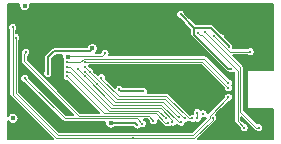
<source format=gbr>
G04 #@! TF.GenerationSoftware,KiCad,Pcbnew,(5.1.5-0-10_14)*
G04 #@! TF.CreationDate,2020-03-10T08:19:59-07:00*
G04 #@! TF.ProjectId,ARBO BT,4152424f-2042-4542-9e6b-696361645f70,rev?*
G04 #@! TF.SameCoordinates,Original*
G04 #@! TF.FileFunction,Copper,L2,Inr*
G04 #@! TF.FilePolarity,Positive*
%FSLAX46Y46*%
G04 Gerber Fmt 4.6, Leading zero omitted, Abs format (unit mm)*
G04 Created by KiCad (PCBNEW (5.1.5-0-10_14)) date 2020-03-10 08:19:59*
%MOMM*%
%LPD*%
G04 APERTURE LIST*
%ADD10C,0.279000*%
%ADD11C,0.450000*%
%ADD12C,0.076200*%
%ADD13C,0.127000*%
%ADD14C,0.200000*%
G04 APERTURE END LIST*
D10*
X139700000Y-81050000D03*
X128550000Y-74050000D03*
X132980000Y-77050000D03*
X129780000Y-72020000D03*
X132120000Y-75100000D03*
X133030000Y-74050000D03*
X142030000Y-81200000D03*
X138590000Y-82110000D03*
X144750000Y-81650000D03*
X133100000Y-78250000D03*
X123600000Y-72200006D03*
X124902500Y-76252500D03*
X124800000Y-74450000D03*
X126900000Y-79650000D03*
D11*
X127796669Y-78768509D03*
D10*
X136100000Y-75650000D03*
X139200000Y-75850000D03*
X136050000Y-78050000D03*
X139850000Y-80000000D03*
X145200000Y-75750000D03*
X142000000Y-72760000D03*
X128600000Y-81950000D03*
X133500000Y-82180000D03*
X136200000Y-82200000D03*
X143710000Y-75810000D03*
X140645529Y-74504471D03*
X126561892Y-77650000D03*
D11*
X130320000Y-75530000D03*
D10*
X137800000Y-72650000D03*
X141881309Y-75381309D03*
X141175000Y-74575000D03*
X134120000Y-82000000D03*
X134650000Y-79140000D03*
X132600000Y-79000000D03*
D11*
X131880002Y-81840000D03*
D10*
X142040000Y-77250000D03*
D11*
X123600000Y-81450000D03*
X124600028Y-71900000D03*
D10*
X131400000Y-75950000D03*
D11*
X128226983Y-76211120D03*
D10*
X141850000Y-79650000D03*
X123850000Y-74600000D03*
X123600000Y-73749998D03*
X133750000Y-83130000D03*
X140500000Y-81379996D03*
X138800000Y-81450000D03*
X131100002Y-78000000D03*
X141850000Y-78850000D03*
X129700000Y-76700000D03*
X141850000Y-78450000D03*
X128200000Y-76700000D03*
X129700000Y-77100000D03*
X130100000Y-77500000D03*
X138135212Y-81450002D03*
X129700000Y-77500000D03*
X130750000Y-78550000D03*
X137650000Y-81360000D03*
X129700000Y-77900000D03*
X137829509Y-81779509D03*
X129100000Y-77300010D03*
X128200000Y-77900000D03*
X136699992Y-81820000D03*
X128200000Y-77500000D03*
X136584290Y-81450000D03*
X128200000Y-77100000D03*
X137110013Y-81751146D03*
X134542064Y-81891110D03*
X124600000Y-78050000D03*
X135500000Y-81650000D03*
X124700000Y-75850000D03*
X139900000Y-74150000D03*
X144420006Y-82240000D03*
X143200000Y-82250000D03*
X139300000Y-74250000D03*
X139200000Y-81450000D03*
X139200000Y-80950000D03*
D12*
X141951058Y-75810000D02*
X140645529Y-74504471D01*
X143710000Y-75810000D02*
X141951058Y-75810000D01*
D13*
X138950000Y-73800000D02*
X137800000Y-72650000D01*
X140400000Y-73800000D02*
X141035501Y-74435501D01*
X141035501Y-74435501D02*
X141175000Y-74575000D01*
X138950000Y-73800000D02*
X140400000Y-73800000D01*
X132600000Y-79000000D02*
X132600000Y-79020000D01*
X132720000Y-79140000D02*
X134650000Y-79140000D01*
X132600000Y-79020000D02*
X132720000Y-79140000D01*
X134120000Y-82000000D02*
X133960000Y-81840000D01*
X133960000Y-81840000D02*
X131880002Y-81840000D01*
X141175000Y-74585000D02*
X141175000Y-74575000D01*
X141881309Y-75291309D02*
X141175000Y-74585000D01*
X141881309Y-75381309D02*
X141881309Y-75291309D01*
X138950000Y-73800000D02*
X138950000Y-74357282D01*
X141842718Y-77250000D02*
X142040000Y-77250000D01*
X138950000Y-74357282D02*
X141842718Y-77250000D01*
X126561892Y-76288108D02*
X126561892Y-77650000D01*
X127100000Y-75750000D02*
X126561892Y-76288108D01*
X130100000Y-75750000D02*
X127100000Y-75750000D01*
X130320000Y-75530000D02*
X130100000Y-75750000D01*
D12*
X128238103Y-76200000D02*
X128226983Y-76211120D01*
X131150000Y-76200000D02*
X128238103Y-76200000D01*
X131400000Y-75950000D02*
X131150000Y-76200000D01*
X123850000Y-74797282D02*
X123850000Y-74600000D01*
X127400000Y-82850000D02*
X123850000Y-79300000D01*
X123850000Y-79300000D02*
X123850000Y-74797282D01*
X140250000Y-81447282D02*
X138847282Y-82850000D01*
X140250000Y-81240000D02*
X140250000Y-81447282D01*
X141840000Y-79650000D02*
X140250000Y-81240000D01*
X138847282Y-82850000D02*
X127400000Y-82850000D01*
X141850000Y-79650000D02*
X141840000Y-79650000D01*
X138937278Y-83140000D02*
X140500000Y-81577278D01*
X140500000Y-81577278D02*
X140500000Y-81379996D01*
X127290000Y-83140000D02*
X138937278Y-83140000D01*
X123600000Y-79450000D02*
X127290000Y-83140000D01*
X123600000Y-73749998D02*
X123600000Y-79450000D01*
X131100002Y-78100002D02*
X131100002Y-78000000D01*
X132550000Y-79550000D02*
X131100002Y-78100002D01*
X136600000Y-79550000D02*
X132550000Y-79550000D01*
X138500000Y-81450000D02*
X136600000Y-79550000D01*
X138800000Y-81450000D02*
X138500000Y-81450000D01*
X129750000Y-76650000D02*
X129700000Y-76700000D01*
X139650000Y-76650000D02*
X129750000Y-76650000D01*
X141850000Y-78850000D02*
X139650000Y-76650000D01*
X129290000Y-76700000D02*
X128200000Y-76700000D01*
X139800000Y-76400000D02*
X129590000Y-76400000D01*
X129590000Y-76400000D02*
X129290000Y-76700000D01*
X141850000Y-78450000D02*
X139800000Y-76400000D01*
X137995713Y-81310503D02*
X138135212Y-81450002D01*
X136485210Y-79800000D02*
X137995713Y-81310503D01*
X129700000Y-77100000D02*
X132400000Y-79800000D01*
X132400000Y-79800000D02*
X136485210Y-79800000D01*
X136340000Y-80050000D02*
X137510501Y-81220501D01*
X129700000Y-77500000D02*
X132250000Y-80050000D01*
X132250000Y-80050000D02*
X136340000Y-80050000D01*
X137510501Y-81220501D02*
X137650000Y-81360000D01*
X129700000Y-77900000D02*
X132100000Y-80300000D01*
X132100000Y-80300000D02*
X136152718Y-80300000D01*
X136152718Y-80300000D02*
X137632227Y-81779509D01*
X137632227Y-81779509D02*
X137829509Y-81779509D01*
X129100010Y-77300010D02*
X129100000Y-77300010D01*
X129700000Y-77900000D02*
X129100010Y-77300010D01*
X136502710Y-81820000D02*
X136699992Y-81820000D01*
X135682710Y-81000000D02*
X136502710Y-81820000D01*
X131300000Y-81000000D02*
X135682710Y-81000000D01*
X128200000Y-77900000D02*
X131300000Y-81000000D01*
X131759889Y-80784889D02*
X128475000Y-77500000D01*
X135919179Y-80784889D02*
X131759889Y-80784889D01*
X128475000Y-77500000D02*
X128200000Y-77500000D01*
X136584290Y-81450000D02*
X135919179Y-80784889D01*
X128200000Y-77100000D02*
X128475000Y-77100000D01*
X131925000Y-80550000D02*
X136106149Y-80550000D01*
X128475000Y-77100000D02*
X131925000Y-80550000D01*
X136106149Y-80550000D02*
X137110013Y-81553864D01*
X137110013Y-81553864D02*
X137110013Y-81751146D01*
X124739499Y-78189499D02*
X124600000Y-78050000D01*
X134100954Y-81450000D02*
X128000000Y-81450000D01*
X128000000Y-81450000D02*
X124739499Y-78189499D01*
X134542064Y-81891110D02*
X134100954Y-81450000D01*
X131778072Y-81234488D02*
X131762560Y-81250000D01*
X135084487Y-81234487D02*
X131778072Y-81234488D01*
X129202718Y-81250000D02*
X124560501Y-76607783D01*
X135500000Y-81650000D02*
X135084487Y-81234487D01*
X124560501Y-76607783D02*
X124560501Y-75989499D01*
X124560501Y-75989499D02*
X124700000Y-75850000D01*
X131762560Y-81250000D02*
X129202718Y-81250000D01*
X142850000Y-80867276D02*
X144222724Y-82240000D01*
X139900000Y-74150000D02*
X142850000Y-77100000D01*
X142850000Y-77100000D02*
X142850000Y-80867276D01*
X144222724Y-82240000D02*
X144420006Y-82240000D01*
X139439499Y-74389499D02*
X139300000Y-74250000D01*
X139639499Y-74389499D02*
X139439499Y-74389499D01*
X142650000Y-81700000D02*
X142650000Y-77400000D01*
X142650000Y-77400000D02*
X139639499Y-74389499D01*
X143200000Y-82250000D02*
X142650000Y-81700000D01*
X139200000Y-80950000D02*
X139200000Y-81450000D01*
D14*
G36*
X124125028Y-71853217D02*
G01*
X124125028Y-71946783D01*
X124143282Y-72038552D01*
X124179089Y-72124997D01*
X124231072Y-72202795D01*
X124297233Y-72268956D01*
X124375031Y-72320939D01*
X124461476Y-72356746D01*
X124553245Y-72375000D01*
X124646811Y-72375000D01*
X124738580Y-72356746D01*
X124825025Y-72320939D01*
X124902823Y-72268956D01*
X124968984Y-72202795D01*
X125020967Y-72124997D01*
X125056774Y-72038552D01*
X125075028Y-71946783D01*
X125075028Y-71853217D01*
X125059470Y-71775000D01*
X145625001Y-71775000D01*
X145625001Y-77350000D01*
X143500000Y-77350000D01*
X143480491Y-77351921D01*
X143461732Y-77357612D01*
X143444443Y-77366853D01*
X143429289Y-77379289D01*
X143416853Y-77394443D01*
X143407612Y-77411732D01*
X143401921Y-77430491D01*
X143400000Y-77450000D01*
X143400000Y-80550000D01*
X143401921Y-80569509D01*
X143407612Y-80588268D01*
X143416853Y-80605557D01*
X143429289Y-80620711D01*
X143444443Y-80633147D01*
X143461732Y-80642388D01*
X143480491Y-80648079D01*
X143500000Y-80650000D01*
X145625000Y-80650000D01*
X145625000Y-83225000D01*
X139259712Y-83225000D01*
X140693721Y-81790992D01*
X140704702Y-81781980D01*
X140716520Y-81767581D01*
X140723918Y-81758566D01*
X140740705Y-81738112D01*
X140761989Y-81698292D01*
X140767457Y-81688063D01*
X140778207Y-81652626D01*
X140802545Y-81628288D01*
X140845171Y-81564494D01*
X140874532Y-81493609D01*
X140889500Y-81418358D01*
X140889500Y-81341634D01*
X140874532Y-81266383D01*
X140845171Y-81195498D01*
X140802545Y-81131704D01*
X140784138Y-81113297D01*
X141857935Y-80039500D01*
X141888362Y-80039500D01*
X141963613Y-80024532D01*
X142034498Y-79995171D01*
X142098292Y-79952545D01*
X142152545Y-79898292D01*
X142195171Y-79834498D01*
X142224532Y-79763613D01*
X142239500Y-79688362D01*
X142239500Y-79611638D01*
X142224532Y-79536387D01*
X142195171Y-79465502D01*
X142152545Y-79401708D01*
X142098292Y-79347455D01*
X142034498Y-79304829D01*
X141963613Y-79275468D01*
X141888362Y-79260500D01*
X141811638Y-79260500D01*
X141736387Y-79275468D01*
X141665502Y-79304829D01*
X141601708Y-79347455D01*
X141547455Y-79401708D01*
X141504829Y-79465502D01*
X141475468Y-79536387D01*
X141460500Y-79611638D01*
X141460500Y-79622065D01*
X140086419Y-80996147D01*
X140074532Y-80936387D01*
X140045171Y-80865502D01*
X140002545Y-80801708D01*
X139948292Y-80747455D01*
X139884498Y-80704829D01*
X139813613Y-80675468D01*
X139738362Y-80660500D01*
X139661638Y-80660500D01*
X139586387Y-80675468D01*
X139515502Y-80704829D01*
X139507986Y-80709851D01*
X139502545Y-80701708D01*
X139448292Y-80647455D01*
X139384498Y-80604829D01*
X139313613Y-80575468D01*
X139238362Y-80560500D01*
X139161638Y-80560500D01*
X139086387Y-80575468D01*
X139015502Y-80604829D01*
X138951708Y-80647455D01*
X138897455Y-80701708D01*
X138854829Y-80765502D01*
X138825468Y-80836387D01*
X138810500Y-80911638D01*
X138810500Y-80988362D01*
X138824849Y-81060500D01*
X138761638Y-81060500D01*
X138686387Y-81075468D01*
X138615502Y-81104829D01*
X138583588Y-81126153D01*
X136813720Y-79356286D01*
X136804702Y-79345298D01*
X136760834Y-79309295D01*
X136710784Y-79282543D01*
X136656477Y-79266070D01*
X136614142Y-79261900D01*
X136614134Y-79261900D01*
X136600000Y-79260508D01*
X136585866Y-79261900D01*
X135021099Y-79261900D01*
X135024532Y-79253613D01*
X135039500Y-79178362D01*
X135039500Y-79101638D01*
X135024532Y-79026387D01*
X134995171Y-78955502D01*
X134952545Y-78891708D01*
X134898292Y-78837455D01*
X134834498Y-78794829D01*
X134763613Y-78765468D01*
X134688362Y-78750500D01*
X134611638Y-78750500D01*
X134536387Y-78765468D01*
X134465502Y-78794829D01*
X134418103Y-78826500D01*
X132949726Y-78826500D01*
X132945171Y-78815502D01*
X132902545Y-78751708D01*
X132848292Y-78697455D01*
X132784498Y-78654829D01*
X132713613Y-78625468D01*
X132638362Y-78610500D01*
X132561638Y-78610500D01*
X132486387Y-78625468D01*
X132415502Y-78654829D01*
X132351708Y-78697455D01*
X132297455Y-78751708D01*
X132254829Y-78815502D01*
X132245488Y-78838053D01*
X131482251Y-78074817D01*
X131489502Y-78038362D01*
X131489502Y-77961638D01*
X131474534Y-77886387D01*
X131445173Y-77815502D01*
X131402547Y-77751708D01*
X131348294Y-77697455D01*
X131284500Y-77654829D01*
X131213615Y-77625468D01*
X131138364Y-77610500D01*
X131061640Y-77610500D01*
X130986389Y-77625468D01*
X130915504Y-77654829D01*
X130851710Y-77697455D01*
X130797457Y-77751708D01*
X130782110Y-77774676D01*
X130489500Y-77482066D01*
X130489500Y-77461638D01*
X130474532Y-77386387D01*
X130445171Y-77315502D01*
X130402545Y-77251708D01*
X130348292Y-77197455D01*
X130284498Y-77154829D01*
X130213613Y-77125468D01*
X130138362Y-77110500D01*
X130117934Y-77110500D01*
X130089500Y-77082066D01*
X130089500Y-77061638D01*
X130074532Y-76986387D01*
X130054531Y-76938100D01*
X139530666Y-76938100D01*
X141460500Y-78867935D01*
X141460500Y-78888362D01*
X141475468Y-78963613D01*
X141504829Y-79034498D01*
X141547455Y-79098292D01*
X141601708Y-79152545D01*
X141665502Y-79195171D01*
X141736387Y-79224532D01*
X141811638Y-79239500D01*
X141888362Y-79239500D01*
X141963613Y-79224532D01*
X142034498Y-79195171D01*
X142098292Y-79152545D01*
X142152545Y-79098292D01*
X142195171Y-79034498D01*
X142224532Y-78963613D01*
X142239500Y-78888362D01*
X142239500Y-78811638D01*
X142224532Y-78736387D01*
X142195171Y-78665502D01*
X142184813Y-78650000D01*
X142195171Y-78634498D01*
X142224532Y-78563613D01*
X142239500Y-78488362D01*
X142239500Y-78411638D01*
X142224532Y-78336387D01*
X142195171Y-78265502D01*
X142152545Y-78201708D01*
X142098292Y-78147455D01*
X142034498Y-78104829D01*
X141963613Y-78075468D01*
X141888362Y-78060500D01*
X141867935Y-78060500D01*
X140013720Y-76206286D01*
X140004702Y-76195298D01*
X139960834Y-76159295D01*
X139910784Y-76132543D01*
X139856477Y-76116070D01*
X139814142Y-76111900D01*
X139814134Y-76111900D01*
X139800000Y-76110508D01*
X139785866Y-76111900D01*
X131754531Y-76111900D01*
X131774532Y-76063613D01*
X131789500Y-75988362D01*
X131789500Y-75911638D01*
X131774532Y-75836387D01*
X131745171Y-75765502D01*
X131702545Y-75701708D01*
X131648292Y-75647455D01*
X131584498Y-75604829D01*
X131513613Y-75575468D01*
X131438362Y-75560500D01*
X131361638Y-75560500D01*
X131286387Y-75575468D01*
X131215502Y-75604829D01*
X131151708Y-75647455D01*
X131097455Y-75701708D01*
X131054829Y-75765502D01*
X131025468Y-75836387D01*
X131010500Y-75911638D01*
X131010500Y-75911900D01*
X130603423Y-75911900D01*
X130622795Y-75898956D01*
X130688956Y-75832795D01*
X130740939Y-75754997D01*
X130776746Y-75668552D01*
X130795000Y-75576783D01*
X130795000Y-75483217D01*
X130776746Y-75391448D01*
X130740939Y-75305003D01*
X130688956Y-75227205D01*
X130622795Y-75161044D01*
X130544997Y-75109061D01*
X130458552Y-75073254D01*
X130366783Y-75055000D01*
X130273217Y-75055000D01*
X130181448Y-75073254D01*
X130095003Y-75109061D01*
X130017205Y-75161044D01*
X129951044Y-75227205D01*
X129899061Y-75305003D01*
X129863254Y-75391448D01*
X129854293Y-75436500D01*
X127115392Y-75436500D01*
X127100000Y-75434984D01*
X127084608Y-75436500D01*
X127038543Y-75441037D01*
X126979449Y-75458963D01*
X126924986Y-75488074D01*
X126877250Y-75527250D01*
X126867438Y-75539206D01*
X126351104Y-76055541D01*
X126339142Y-76065358D01*
X126299966Y-76113095D01*
X126270855Y-76167558D01*
X126257641Y-76211120D01*
X126252929Y-76226652D01*
X126246876Y-76288108D01*
X126248392Y-76303500D01*
X126248393Y-77418102D01*
X126216721Y-77465502D01*
X126187360Y-77536387D01*
X126172392Y-77611638D01*
X126172392Y-77688362D01*
X126187360Y-77763613D01*
X126216721Y-77834498D01*
X126259347Y-77898292D01*
X126313600Y-77952545D01*
X126377394Y-77995171D01*
X126448279Y-78024532D01*
X126523530Y-78039500D01*
X126600254Y-78039500D01*
X126675505Y-78024532D01*
X126746390Y-77995171D01*
X126810184Y-77952545D01*
X126864437Y-77898292D01*
X126907063Y-77834498D01*
X126936424Y-77763613D01*
X126951392Y-77688362D01*
X126951392Y-77611638D01*
X126936424Y-77536387D01*
X126907063Y-77465502D01*
X126875392Y-77418103D01*
X126875392Y-76417963D01*
X127229856Y-76063500D01*
X127773993Y-76063500D01*
X127770237Y-76072568D01*
X127751983Y-76164337D01*
X127751983Y-76257903D01*
X127770237Y-76349672D01*
X127806044Y-76436117D01*
X127856958Y-76512315D01*
X127854829Y-76515502D01*
X127825468Y-76586387D01*
X127810500Y-76661638D01*
X127810500Y-76738362D01*
X127825468Y-76813613D01*
X127854829Y-76884498D01*
X127865187Y-76900000D01*
X127854829Y-76915502D01*
X127825468Y-76986387D01*
X127810500Y-77061638D01*
X127810500Y-77138362D01*
X127825468Y-77213613D01*
X127854829Y-77284498D01*
X127865187Y-77300000D01*
X127854829Y-77315502D01*
X127825468Y-77386387D01*
X127810500Y-77461638D01*
X127810500Y-77538362D01*
X127825468Y-77613613D01*
X127854829Y-77684498D01*
X127865187Y-77700000D01*
X127854829Y-77715502D01*
X127825468Y-77786387D01*
X127810500Y-77861638D01*
X127810500Y-77938362D01*
X127825468Y-78013613D01*
X127854829Y-78084498D01*
X127897455Y-78148292D01*
X127951708Y-78202545D01*
X128015502Y-78245171D01*
X128086387Y-78274532D01*
X128161638Y-78289500D01*
X128182066Y-78289500D01*
X130854465Y-80961900D01*
X129322053Y-80961900D01*
X124848601Y-76488449D01*
X124848601Y-76210040D01*
X124884498Y-76195171D01*
X124948292Y-76152545D01*
X125002545Y-76098292D01*
X125045171Y-76034498D01*
X125074532Y-75963613D01*
X125089500Y-75888362D01*
X125089500Y-75811638D01*
X125074532Y-75736387D01*
X125045171Y-75665502D01*
X125002545Y-75601708D01*
X124948292Y-75547455D01*
X124884498Y-75504829D01*
X124813613Y-75475468D01*
X124738362Y-75460500D01*
X124661638Y-75460500D01*
X124586387Y-75475468D01*
X124515502Y-75504829D01*
X124451708Y-75547455D01*
X124397455Y-75601708D01*
X124354829Y-75665502D01*
X124325468Y-75736387D01*
X124310500Y-75811638D01*
X124310500Y-75846059D01*
X124293045Y-75878715D01*
X124276571Y-75933022D01*
X124271009Y-75989499D01*
X124272402Y-76003643D01*
X124272401Y-76593648D01*
X124271009Y-76607783D01*
X124272401Y-76621917D01*
X124272401Y-76621924D01*
X124276571Y-76664259D01*
X124293044Y-76718566D01*
X124319796Y-76768616D01*
X124355799Y-76812485D01*
X124366787Y-76821503D01*
X128707183Y-81161900D01*
X128119335Y-81161900D01*
X124989500Y-78032066D01*
X124989500Y-78011638D01*
X124974532Y-77936387D01*
X124945171Y-77865502D01*
X124902545Y-77801708D01*
X124848292Y-77747455D01*
X124784498Y-77704829D01*
X124713613Y-77675468D01*
X124638362Y-77660500D01*
X124561638Y-77660500D01*
X124486387Y-77675468D01*
X124415502Y-77704829D01*
X124351708Y-77747455D01*
X124297455Y-77801708D01*
X124254829Y-77865502D01*
X124225468Y-77936387D01*
X124210500Y-78011638D01*
X124210500Y-78088362D01*
X124225468Y-78163613D01*
X124254829Y-78234498D01*
X124297455Y-78298292D01*
X124351708Y-78352545D01*
X124415502Y-78395171D01*
X124486387Y-78424532D01*
X124561638Y-78439500D01*
X124582066Y-78439500D01*
X127786282Y-81643717D01*
X127795298Y-81654702D01*
X127806280Y-81663715D01*
X127806282Y-81663717D01*
X127807830Y-81664987D01*
X127839166Y-81690705D01*
X127889216Y-81717457D01*
X127907592Y-81723031D01*
X127943522Y-81733931D01*
X127972406Y-81736775D01*
X127985858Y-81738100D01*
X127985863Y-81738100D01*
X128000000Y-81739492D01*
X128014137Y-81738100D01*
X131415965Y-81738100D01*
X131405002Y-81793217D01*
X131405002Y-81886783D01*
X131423256Y-81978552D01*
X131459063Y-82064997D01*
X131511046Y-82142795D01*
X131577207Y-82208956D01*
X131655005Y-82260939D01*
X131741450Y-82296746D01*
X131833219Y-82315000D01*
X131926785Y-82315000D01*
X132018554Y-82296746D01*
X132104999Y-82260939D01*
X132182797Y-82208956D01*
X132238253Y-82153500D01*
X133761989Y-82153500D01*
X133774829Y-82184498D01*
X133817455Y-82248292D01*
X133871708Y-82302545D01*
X133935502Y-82345171D01*
X134006387Y-82374532D01*
X134081638Y-82389500D01*
X134158362Y-82389500D01*
X134233613Y-82374532D01*
X134304498Y-82345171D01*
X134368292Y-82302545D01*
X134412006Y-82258831D01*
X134428451Y-82265642D01*
X134503702Y-82280610D01*
X134580426Y-82280610D01*
X134655677Y-82265642D01*
X134726562Y-82236281D01*
X134790356Y-82193655D01*
X134844609Y-82139402D01*
X134887235Y-82075608D01*
X134916596Y-82004723D01*
X134931564Y-81929472D01*
X134931564Y-81852748D01*
X134916596Y-81777497D01*
X134887235Y-81706612D01*
X134844609Y-81642818D01*
X134790356Y-81588565D01*
X134726562Y-81545939D01*
X134670182Y-81522586D01*
X134965152Y-81522586D01*
X135110500Y-81667935D01*
X135110500Y-81688362D01*
X135125468Y-81763613D01*
X135154829Y-81834498D01*
X135197455Y-81898292D01*
X135251708Y-81952545D01*
X135315502Y-81995171D01*
X135386387Y-82024532D01*
X135461638Y-82039500D01*
X135538362Y-82039500D01*
X135613613Y-82024532D01*
X135684498Y-81995171D01*
X135748292Y-81952545D01*
X135802545Y-81898292D01*
X135845171Y-81834498D01*
X135874532Y-81763613D01*
X135889500Y-81688362D01*
X135889500Y-81614225D01*
X136288995Y-82013720D01*
X136298008Y-82024702D01*
X136308990Y-82033715D01*
X136308992Y-82033717D01*
X136314652Y-82038362D01*
X136341876Y-82060705D01*
X136391926Y-82087457D01*
X136427360Y-82098205D01*
X136451700Y-82122545D01*
X136515494Y-82165171D01*
X136586379Y-82194532D01*
X136661630Y-82209500D01*
X136738354Y-82209500D01*
X136813605Y-82194532D01*
X136884490Y-82165171D01*
X136948284Y-82122545D01*
X136960161Y-82110668D01*
X136996400Y-82125678D01*
X137071651Y-82140646D01*
X137148375Y-82140646D01*
X137223626Y-82125678D01*
X137294511Y-82096317D01*
X137358305Y-82053691D01*
X137412558Y-81999438D01*
X137424883Y-81980992D01*
X137427525Y-81984211D01*
X137471393Y-82020214D01*
X137521443Y-82046966D01*
X137537851Y-82051943D01*
X137556878Y-82057715D01*
X137581217Y-82082054D01*
X137645011Y-82124680D01*
X137715896Y-82154041D01*
X137791147Y-82169009D01*
X137867871Y-82169009D01*
X137943122Y-82154041D01*
X138014007Y-82124680D01*
X138077801Y-82082054D01*
X138132054Y-82027801D01*
X138174680Y-81964007D01*
X138204041Y-81893122D01*
X138216401Y-81830983D01*
X138248825Y-81824534D01*
X138319710Y-81795173D01*
X138383504Y-81752547D01*
X138411757Y-81724294D01*
X138443522Y-81733931D01*
X138472406Y-81736775D01*
X138485858Y-81738100D01*
X138485863Y-81738100D01*
X138500000Y-81739492D01*
X138514137Y-81738100D01*
X138537263Y-81738100D01*
X138551708Y-81752545D01*
X138615502Y-81795171D01*
X138686387Y-81824532D01*
X138761638Y-81839500D01*
X138838362Y-81839500D01*
X138913613Y-81824532D01*
X138984498Y-81795171D01*
X139000000Y-81784813D01*
X139015502Y-81795171D01*
X139086387Y-81824532D01*
X139161638Y-81839500D01*
X139238362Y-81839500D01*
X139313613Y-81824532D01*
X139384498Y-81795171D01*
X139448292Y-81752545D01*
X139502545Y-81698292D01*
X139545171Y-81634498D01*
X139574532Y-81563613D01*
X139589500Y-81488362D01*
X139589500Y-81425151D01*
X139661638Y-81439500D01*
X139738362Y-81439500D01*
X139813613Y-81424532D01*
X139884498Y-81395171D01*
X139915172Y-81374675D01*
X138727948Y-82561900D01*
X127519335Y-82561900D01*
X124138100Y-79180666D01*
X124138100Y-74862737D01*
X124152545Y-74848292D01*
X124195171Y-74784498D01*
X124224532Y-74713613D01*
X124239500Y-74638362D01*
X124239500Y-74561638D01*
X124224532Y-74486387D01*
X124195171Y-74415502D01*
X124152545Y-74351708D01*
X124098292Y-74297455D01*
X124034498Y-74254829D01*
X123963613Y-74225468D01*
X123888362Y-74210500D01*
X123888100Y-74210500D01*
X123888100Y-74012735D01*
X123902545Y-73998290D01*
X123945171Y-73934496D01*
X123974532Y-73863611D01*
X123989500Y-73788360D01*
X123989500Y-73711636D01*
X123974532Y-73636385D01*
X123945171Y-73565500D01*
X123902545Y-73501706D01*
X123848292Y-73447453D01*
X123784498Y-73404827D01*
X123713613Y-73375466D01*
X123638362Y-73360498D01*
X123561638Y-73360498D01*
X123486387Y-73375466D01*
X123415502Y-73404827D01*
X123351708Y-73447453D01*
X123297455Y-73501706D01*
X123254829Y-73565500D01*
X123225468Y-73636385D01*
X123210500Y-73711636D01*
X123210500Y-73788360D01*
X123225468Y-73863611D01*
X123254829Y-73934496D01*
X123297455Y-73998290D01*
X123311900Y-74012735D01*
X123311901Y-79435855D01*
X123310508Y-79450000D01*
X123316070Y-79506477D01*
X123326453Y-79540705D01*
X123332544Y-79560784D01*
X123359296Y-79610834D01*
X123395299Y-79654702D01*
X123406281Y-79663715D01*
X126967565Y-83225000D01*
X123175000Y-83225000D01*
X123175000Y-81665193D01*
X123179061Y-81674997D01*
X123231044Y-81752795D01*
X123297205Y-81818956D01*
X123375003Y-81870939D01*
X123461448Y-81906746D01*
X123553217Y-81925000D01*
X123646783Y-81925000D01*
X123738552Y-81906746D01*
X123824997Y-81870939D01*
X123902795Y-81818956D01*
X123968956Y-81752795D01*
X124020939Y-81674997D01*
X124056746Y-81588552D01*
X124075000Y-81496783D01*
X124075000Y-81403217D01*
X124056746Y-81311448D01*
X124020939Y-81225003D01*
X123968956Y-81147205D01*
X123902795Y-81081044D01*
X123824997Y-81029061D01*
X123738552Y-80993254D01*
X123646783Y-80975000D01*
X123553217Y-80975000D01*
X123461448Y-80993254D01*
X123375003Y-81029061D01*
X123297205Y-81081044D01*
X123231044Y-81147205D01*
X123179061Y-81225003D01*
X123175000Y-81234807D01*
X123175000Y-72611638D01*
X137410500Y-72611638D01*
X137410500Y-72688362D01*
X137425468Y-72763613D01*
X137454829Y-72834498D01*
X137497455Y-72898292D01*
X137551708Y-72952545D01*
X137615502Y-72995171D01*
X137686387Y-73024532D01*
X137742298Y-73035653D01*
X138636500Y-73929856D01*
X138636501Y-74341880D01*
X138634984Y-74357282D01*
X138641037Y-74418738D01*
X138658964Y-74477833D01*
X138688074Y-74532295D01*
X138702877Y-74550332D01*
X138727251Y-74580032D01*
X138739207Y-74589844D01*
X141610156Y-77460794D01*
X141619968Y-77472750D01*
X141667704Y-77511926D01*
X141722167Y-77541037D01*
X141773066Y-77556477D01*
X141781261Y-77558963D01*
X141804780Y-77561279D01*
X141855502Y-77595171D01*
X141926387Y-77624532D01*
X142001638Y-77639500D01*
X142078362Y-77639500D01*
X142153613Y-77624532D01*
X142224498Y-77595171D01*
X142288292Y-77552545D01*
X142341701Y-77499136D01*
X142361901Y-77519336D01*
X142361900Y-81685865D01*
X142360508Y-81700000D01*
X142361900Y-81714134D01*
X142361900Y-81714141D01*
X142364260Y-81738100D01*
X142366070Y-81756477D01*
X142368235Y-81763613D01*
X142382543Y-81810783D01*
X142409295Y-81860833D01*
X142445298Y-81904702D01*
X142456286Y-81913720D01*
X142810500Y-82267935D01*
X142810500Y-82288362D01*
X142825468Y-82363613D01*
X142854829Y-82434498D01*
X142897455Y-82498292D01*
X142951708Y-82552545D01*
X143015502Y-82595171D01*
X143086387Y-82624532D01*
X143161638Y-82639500D01*
X143238362Y-82639500D01*
X143313613Y-82624532D01*
X143384498Y-82595171D01*
X143448292Y-82552545D01*
X143502545Y-82498292D01*
X143545171Y-82434498D01*
X143574532Y-82363613D01*
X143589500Y-82288362D01*
X143589500Y-82211638D01*
X143574532Y-82136387D01*
X143545171Y-82065502D01*
X143502545Y-82001708D01*
X143448292Y-81947455D01*
X143384498Y-81904829D01*
X143313613Y-81875468D01*
X143238362Y-81860500D01*
X143217935Y-81860500D01*
X142938100Y-81580666D01*
X142938100Y-81362810D01*
X144009009Y-82433720D01*
X144018022Y-82444702D01*
X144029004Y-82453715D01*
X144029006Y-82453717D01*
X144036554Y-82459911D01*
X144061890Y-82480705D01*
X144111940Y-82507457D01*
X144130856Y-82513195D01*
X144147375Y-82518206D01*
X144171714Y-82542545D01*
X144235508Y-82585171D01*
X144306393Y-82614532D01*
X144381644Y-82629500D01*
X144458368Y-82629500D01*
X144533619Y-82614532D01*
X144604504Y-82585171D01*
X144668298Y-82542545D01*
X144722551Y-82488292D01*
X144765177Y-82424498D01*
X144794538Y-82353613D01*
X144809506Y-82278362D01*
X144809506Y-82201638D01*
X144794538Y-82126387D01*
X144765177Y-82055502D01*
X144722551Y-81991708D01*
X144668298Y-81937455D01*
X144604504Y-81894829D01*
X144533619Y-81865468D01*
X144458368Y-81850500D01*
X144381644Y-81850500D01*
X144306393Y-81865468D01*
X144270496Y-81880337D01*
X143138100Y-80747942D01*
X143138100Y-77114134D01*
X143139492Y-77099999D01*
X143138100Y-77085865D01*
X143138100Y-77085858D01*
X143133930Y-77043523D01*
X143130603Y-77032553D01*
X143128933Y-77027049D01*
X143117457Y-76989216D01*
X143090705Y-76939166D01*
X143054702Y-76895298D01*
X143043721Y-76886286D01*
X142255535Y-76098100D01*
X143447263Y-76098100D01*
X143461708Y-76112545D01*
X143525502Y-76155171D01*
X143596387Y-76184532D01*
X143671638Y-76199500D01*
X143748362Y-76199500D01*
X143823613Y-76184532D01*
X143894498Y-76155171D01*
X143958292Y-76112545D01*
X144012545Y-76058292D01*
X144055171Y-75994498D01*
X144084532Y-75923613D01*
X144099500Y-75848362D01*
X144099500Y-75771638D01*
X144084532Y-75696387D01*
X144055171Y-75625502D01*
X144012545Y-75561708D01*
X143958292Y-75507455D01*
X143894498Y-75464829D01*
X143823613Y-75435468D01*
X143748362Y-75420500D01*
X143671638Y-75420500D01*
X143596387Y-75435468D01*
X143525502Y-75464829D01*
X143461708Y-75507455D01*
X143447263Y-75521900D01*
X142244667Y-75521900D01*
X142255841Y-75494922D01*
X142270809Y-75419671D01*
X142270809Y-75342947D01*
X142255841Y-75267696D01*
X142226480Y-75196811D01*
X142183854Y-75133017D01*
X142129601Y-75078764D01*
X142076918Y-75043562D01*
X141563136Y-74529781D01*
X141549532Y-74461387D01*
X141520171Y-74390502D01*
X141477545Y-74326708D01*
X141423292Y-74272455D01*
X141359498Y-74229829D01*
X141288613Y-74200468D01*
X141232703Y-74189347D01*
X140632567Y-73589212D01*
X140622750Y-73577250D01*
X140575014Y-73538074D01*
X140520551Y-73508963D01*
X140461457Y-73491037D01*
X140415392Y-73486500D01*
X140400000Y-73484984D01*
X140384608Y-73486500D01*
X139079856Y-73486500D01*
X138185653Y-72592298D01*
X138174532Y-72536387D01*
X138145171Y-72465502D01*
X138102545Y-72401708D01*
X138048292Y-72347455D01*
X137984498Y-72304829D01*
X137913613Y-72275468D01*
X137838362Y-72260500D01*
X137761638Y-72260500D01*
X137686387Y-72275468D01*
X137615502Y-72304829D01*
X137551708Y-72347455D01*
X137497455Y-72401708D01*
X137454829Y-72465502D01*
X137425468Y-72536387D01*
X137410500Y-72611638D01*
X123175000Y-72611638D01*
X123175000Y-71775000D01*
X124140586Y-71775000D01*
X124125028Y-71853217D01*
G37*
X124125028Y-71853217D02*
X124125028Y-71946783D01*
X124143282Y-72038552D01*
X124179089Y-72124997D01*
X124231072Y-72202795D01*
X124297233Y-72268956D01*
X124375031Y-72320939D01*
X124461476Y-72356746D01*
X124553245Y-72375000D01*
X124646811Y-72375000D01*
X124738580Y-72356746D01*
X124825025Y-72320939D01*
X124902823Y-72268956D01*
X124968984Y-72202795D01*
X125020967Y-72124997D01*
X125056774Y-72038552D01*
X125075028Y-71946783D01*
X125075028Y-71853217D01*
X125059470Y-71775000D01*
X145625001Y-71775000D01*
X145625001Y-77350000D01*
X143500000Y-77350000D01*
X143480491Y-77351921D01*
X143461732Y-77357612D01*
X143444443Y-77366853D01*
X143429289Y-77379289D01*
X143416853Y-77394443D01*
X143407612Y-77411732D01*
X143401921Y-77430491D01*
X143400000Y-77450000D01*
X143400000Y-80550000D01*
X143401921Y-80569509D01*
X143407612Y-80588268D01*
X143416853Y-80605557D01*
X143429289Y-80620711D01*
X143444443Y-80633147D01*
X143461732Y-80642388D01*
X143480491Y-80648079D01*
X143500000Y-80650000D01*
X145625000Y-80650000D01*
X145625000Y-83225000D01*
X139259712Y-83225000D01*
X140693721Y-81790992D01*
X140704702Y-81781980D01*
X140716520Y-81767581D01*
X140723918Y-81758566D01*
X140740705Y-81738112D01*
X140761989Y-81698292D01*
X140767457Y-81688063D01*
X140778207Y-81652626D01*
X140802545Y-81628288D01*
X140845171Y-81564494D01*
X140874532Y-81493609D01*
X140889500Y-81418358D01*
X140889500Y-81341634D01*
X140874532Y-81266383D01*
X140845171Y-81195498D01*
X140802545Y-81131704D01*
X140784138Y-81113297D01*
X141857935Y-80039500D01*
X141888362Y-80039500D01*
X141963613Y-80024532D01*
X142034498Y-79995171D01*
X142098292Y-79952545D01*
X142152545Y-79898292D01*
X142195171Y-79834498D01*
X142224532Y-79763613D01*
X142239500Y-79688362D01*
X142239500Y-79611638D01*
X142224532Y-79536387D01*
X142195171Y-79465502D01*
X142152545Y-79401708D01*
X142098292Y-79347455D01*
X142034498Y-79304829D01*
X141963613Y-79275468D01*
X141888362Y-79260500D01*
X141811638Y-79260500D01*
X141736387Y-79275468D01*
X141665502Y-79304829D01*
X141601708Y-79347455D01*
X141547455Y-79401708D01*
X141504829Y-79465502D01*
X141475468Y-79536387D01*
X141460500Y-79611638D01*
X141460500Y-79622065D01*
X140086419Y-80996147D01*
X140074532Y-80936387D01*
X140045171Y-80865502D01*
X140002545Y-80801708D01*
X139948292Y-80747455D01*
X139884498Y-80704829D01*
X139813613Y-80675468D01*
X139738362Y-80660500D01*
X139661638Y-80660500D01*
X139586387Y-80675468D01*
X139515502Y-80704829D01*
X139507986Y-80709851D01*
X139502545Y-80701708D01*
X139448292Y-80647455D01*
X139384498Y-80604829D01*
X139313613Y-80575468D01*
X139238362Y-80560500D01*
X139161638Y-80560500D01*
X139086387Y-80575468D01*
X139015502Y-80604829D01*
X138951708Y-80647455D01*
X138897455Y-80701708D01*
X138854829Y-80765502D01*
X138825468Y-80836387D01*
X138810500Y-80911638D01*
X138810500Y-80988362D01*
X138824849Y-81060500D01*
X138761638Y-81060500D01*
X138686387Y-81075468D01*
X138615502Y-81104829D01*
X138583588Y-81126153D01*
X136813720Y-79356286D01*
X136804702Y-79345298D01*
X136760834Y-79309295D01*
X136710784Y-79282543D01*
X136656477Y-79266070D01*
X136614142Y-79261900D01*
X136614134Y-79261900D01*
X136600000Y-79260508D01*
X136585866Y-79261900D01*
X135021099Y-79261900D01*
X135024532Y-79253613D01*
X135039500Y-79178362D01*
X135039500Y-79101638D01*
X135024532Y-79026387D01*
X134995171Y-78955502D01*
X134952545Y-78891708D01*
X134898292Y-78837455D01*
X134834498Y-78794829D01*
X134763613Y-78765468D01*
X134688362Y-78750500D01*
X134611638Y-78750500D01*
X134536387Y-78765468D01*
X134465502Y-78794829D01*
X134418103Y-78826500D01*
X132949726Y-78826500D01*
X132945171Y-78815502D01*
X132902545Y-78751708D01*
X132848292Y-78697455D01*
X132784498Y-78654829D01*
X132713613Y-78625468D01*
X132638362Y-78610500D01*
X132561638Y-78610500D01*
X132486387Y-78625468D01*
X132415502Y-78654829D01*
X132351708Y-78697455D01*
X132297455Y-78751708D01*
X132254829Y-78815502D01*
X132245488Y-78838053D01*
X131482251Y-78074817D01*
X131489502Y-78038362D01*
X131489502Y-77961638D01*
X131474534Y-77886387D01*
X131445173Y-77815502D01*
X131402547Y-77751708D01*
X131348294Y-77697455D01*
X131284500Y-77654829D01*
X131213615Y-77625468D01*
X131138364Y-77610500D01*
X131061640Y-77610500D01*
X130986389Y-77625468D01*
X130915504Y-77654829D01*
X130851710Y-77697455D01*
X130797457Y-77751708D01*
X130782110Y-77774676D01*
X130489500Y-77482066D01*
X130489500Y-77461638D01*
X130474532Y-77386387D01*
X130445171Y-77315502D01*
X130402545Y-77251708D01*
X130348292Y-77197455D01*
X130284498Y-77154829D01*
X130213613Y-77125468D01*
X130138362Y-77110500D01*
X130117934Y-77110500D01*
X130089500Y-77082066D01*
X130089500Y-77061638D01*
X130074532Y-76986387D01*
X130054531Y-76938100D01*
X139530666Y-76938100D01*
X141460500Y-78867935D01*
X141460500Y-78888362D01*
X141475468Y-78963613D01*
X141504829Y-79034498D01*
X141547455Y-79098292D01*
X141601708Y-79152545D01*
X141665502Y-79195171D01*
X141736387Y-79224532D01*
X141811638Y-79239500D01*
X141888362Y-79239500D01*
X141963613Y-79224532D01*
X142034498Y-79195171D01*
X142098292Y-79152545D01*
X142152545Y-79098292D01*
X142195171Y-79034498D01*
X142224532Y-78963613D01*
X142239500Y-78888362D01*
X142239500Y-78811638D01*
X142224532Y-78736387D01*
X142195171Y-78665502D01*
X142184813Y-78650000D01*
X142195171Y-78634498D01*
X142224532Y-78563613D01*
X142239500Y-78488362D01*
X142239500Y-78411638D01*
X142224532Y-78336387D01*
X142195171Y-78265502D01*
X142152545Y-78201708D01*
X142098292Y-78147455D01*
X142034498Y-78104829D01*
X141963613Y-78075468D01*
X141888362Y-78060500D01*
X141867935Y-78060500D01*
X140013720Y-76206286D01*
X140004702Y-76195298D01*
X139960834Y-76159295D01*
X139910784Y-76132543D01*
X139856477Y-76116070D01*
X139814142Y-76111900D01*
X139814134Y-76111900D01*
X139800000Y-76110508D01*
X139785866Y-76111900D01*
X131754531Y-76111900D01*
X131774532Y-76063613D01*
X131789500Y-75988362D01*
X131789500Y-75911638D01*
X131774532Y-75836387D01*
X131745171Y-75765502D01*
X131702545Y-75701708D01*
X131648292Y-75647455D01*
X131584498Y-75604829D01*
X131513613Y-75575468D01*
X131438362Y-75560500D01*
X131361638Y-75560500D01*
X131286387Y-75575468D01*
X131215502Y-75604829D01*
X131151708Y-75647455D01*
X131097455Y-75701708D01*
X131054829Y-75765502D01*
X131025468Y-75836387D01*
X131010500Y-75911638D01*
X131010500Y-75911900D01*
X130603423Y-75911900D01*
X130622795Y-75898956D01*
X130688956Y-75832795D01*
X130740939Y-75754997D01*
X130776746Y-75668552D01*
X130795000Y-75576783D01*
X130795000Y-75483217D01*
X130776746Y-75391448D01*
X130740939Y-75305003D01*
X130688956Y-75227205D01*
X130622795Y-75161044D01*
X130544997Y-75109061D01*
X130458552Y-75073254D01*
X130366783Y-75055000D01*
X130273217Y-75055000D01*
X130181448Y-75073254D01*
X130095003Y-75109061D01*
X130017205Y-75161044D01*
X129951044Y-75227205D01*
X129899061Y-75305003D01*
X129863254Y-75391448D01*
X129854293Y-75436500D01*
X127115392Y-75436500D01*
X127100000Y-75434984D01*
X127084608Y-75436500D01*
X127038543Y-75441037D01*
X126979449Y-75458963D01*
X126924986Y-75488074D01*
X126877250Y-75527250D01*
X126867438Y-75539206D01*
X126351104Y-76055541D01*
X126339142Y-76065358D01*
X126299966Y-76113095D01*
X126270855Y-76167558D01*
X126257641Y-76211120D01*
X126252929Y-76226652D01*
X126246876Y-76288108D01*
X126248392Y-76303500D01*
X126248393Y-77418102D01*
X126216721Y-77465502D01*
X126187360Y-77536387D01*
X126172392Y-77611638D01*
X126172392Y-77688362D01*
X126187360Y-77763613D01*
X126216721Y-77834498D01*
X126259347Y-77898292D01*
X126313600Y-77952545D01*
X126377394Y-77995171D01*
X126448279Y-78024532D01*
X126523530Y-78039500D01*
X126600254Y-78039500D01*
X126675505Y-78024532D01*
X126746390Y-77995171D01*
X126810184Y-77952545D01*
X126864437Y-77898292D01*
X126907063Y-77834498D01*
X126936424Y-77763613D01*
X126951392Y-77688362D01*
X126951392Y-77611638D01*
X126936424Y-77536387D01*
X126907063Y-77465502D01*
X126875392Y-77418103D01*
X126875392Y-76417963D01*
X127229856Y-76063500D01*
X127773993Y-76063500D01*
X127770237Y-76072568D01*
X127751983Y-76164337D01*
X127751983Y-76257903D01*
X127770237Y-76349672D01*
X127806044Y-76436117D01*
X127856958Y-76512315D01*
X127854829Y-76515502D01*
X127825468Y-76586387D01*
X127810500Y-76661638D01*
X127810500Y-76738362D01*
X127825468Y-76813613D01*
X127854829Y-76884498D01*
X127865187Y-76900000D01*
X127854829Y-76915502D01*
X127825468Y-76986387D01*
X127810500Y-77061638D01*
X127810500Y-77138362D01*
X127825468Y-77213613D01*
X127854829Y-77284498D01*
X127865187Y-77300000D01*
X127854829Y-77315502D01*
X127825468Y-77386387D01*
X127810500Y-77461638D01*
X127810500Y-77538362D01*
X127825468Y-77613613D01*
X127854829Y-77684498D01*
X127865187Y-77700000D01*
X127854829Y-77715502D01*
X127825468Y-77786387D01*
X127810500Y-77861638D01*
X127810500Y-77938362D01*
X127825468Y-78013613D01*
X127854829Y-78084498D01*
X127897455Y-78148292D01*
X127951708Y-78202545D01*
X128015502Y-78245171D01*
X128086387Y-78274532D01*
X128161638Y-78289500D01*
X128182066Y-78289500D01*
X130854465Y-80961900D01*
X129322053Y-80961900D01*
X124848601Y-76488449D01*
X124848601Y-76210040D01*
X124884498Y-76195171D01*
X124948292Y-76152545D01*
X125002545Y-76098292D01*
X125045171Y-76034498D01*
X125074532Y-75963613D01*
X125089500Y-75888362D01*
X125089500Y-75811638D01*
X125074532Y-75736387D01*
X125045171Y-75665502D01*
X125002545Y-75601708D01*
X124948292Y-75547455D01*
X124884498Y-75504829D01*
X124813613Y-75475468D01*
X124738362Y-75460500D01*
X124661638Y-75460500D01*
X124586387Y-75475468D01*
X124515502Y-75504829D01*
X124451708Y-75547455D01*
X124397455Y-75601708D01*
X124354829Y-75665502D01*
X124325468Y-75736387D01*
X124310500Y-75811638D01*
X124310500Y-75846059D01*
X124293045Y-75878715D01*
X124276571Y-75933022D01*
X124271009Y-75989499D01*
X124272402Y-76003643D01*
X124272401Y-76593648D01*
X124271009Y-76607783D01*
X124272401Y-76621917D01*
X124272401Y-76621924D01*
X124276571Y-76664259D01*
X124293044Y-76718566D01*
X124319796Y-76768616D01*
X124355799Y-76812485D01*
X124366787Y-76821503D01*
X128707183Y-81161900D01*
X128119335Y-81161900D01*
X124989500Y-78032066D01*
X124989500Y-78011638D01*
X124974532Y-77936387D01*
X124945171Y-77865502D01*
X124902545Y-77801708D01*
X124848292Y-77747455D01*
X124784498Y-77704829D01*
X124713613Y-77675468D01*
X124638362Y-77660500D01*
X124561638Y-77660500D01*
X124486387Y-77675468D01*
X124415502Y-77704829D01*
X124351708Y-77747455D01*
X124297455Y-77801708D01*
X124254829Y-77865502D01*
X124225468Y-77936387D01*
X124210500Y-78011638D01*
X124210500Y-78088362D01*
X124225468Y-78163613D01*
X124254829Y-78234498D01*
X124297455Y-78298292D01*
X124351708Y-78352545D01*
X124415502Y-78395171D01*
X124486387Y-78424532D01*
X124561638Y-78439500D01*
X124582066Y-78439500D01*
X127786282Y-81643717D01*
X127795298Y-81654702D01*
X127806280Y-81663715D01*
X127806282Y-81663717D01*
X127807830Y-81664987D01*
X127839166Y-81690705D01*
X127889216Y-81717457D01*
X127907592Y-81723031D01*
X127943522Y-81733931D01*
X127972406Y-81736775D01*
X127985858Y-81738100D01*
X127985863Y-81738100D01*
X128000000Y-81739492D01*
X128014137Y-81738100D01*
X131415965Y-81738100D01*
X131405002Y-81793217D01*
X131405002Y-81886783D01*
X131423256Y-81978552D01*
X131459063Y-82064997D01*
X131511046Y-82142795D01*
X131577207Y-82208956D01*
X131655005Y-82260939D01*
X131741450Y-82296746D01*
X131833219Y-82315000D01*
X131926785Y-82315000D01*
X132018554Y-82296746D01*
X132104999Y-82260939D01*
X132182797Y-82208956D01*
X132238253Y-82153500D01*
X133761989Y-82153500D01*
X133774829Y-82184498D01*
X133817455Y-82248292D01*
X133871708Y-82302545D01*
X133935502Y-82345171D01*
X134006387Y-82374532D01*
X134081638Y-82389500D01*
X134158362Y-82389500D01*
X134233613Y-82374532D01*
X134304498Y-82345171D01*
X134368292Y-82302545D01*
X134412006Y-82258831D01*
X134428451Y-82265642D01*
X134503702Y-82280610D01*
X134580426Y-82280610D01*
X134655677Y-82265642D01*
X134726562Y-82236281D01*
X134790356Y-82193655D01*
X134844609Y-82139402D01*
X134887235Y-82075608D01*
X134916596Y-82004723D01*
X134931564Y-81929472D01*
X134931564Y-81852748D01*
X134916596Y-81777497D01*
X134887235Y-81706612D01*
X134844609Y-81642818D01*
X134790356Y-81588565D01*
X134726562Y-81545939D01*
X134670182Y-81522586D01*
X134965152Y-81522586D01*
X135110500Y-81667935D01*
X135110500Y-81688362D01*
X135125468Y-81763613D01*
X135154829Y-81834498D01*
X135197455Y-81898292D01*
X135251708Y-81952545D01*
X135315502Y-81995171D01*
X135386387Y-82024532D01*
X135461638Y-82039500D01*
X135538362Y-82039500D01*
X135613613Y-82024532D01*
X135684498Y-81995171D01*
X135748292Y-81952545D01*
X135802545Y-81898292D01*
X135845171Y-81834498D01*
X135874532Y-81763613D01*
X135889500Y-81688362D01*
X135889500Y-81614225D01*
X136288995Y-82013720D01*
X136298008Y-82024702D01*
X136308990Y-82033715D01*
X136308992Y-82033717D01*
X136314652Y-82038362D01*
X136341876Y-82060705D01*
X136391926Y-82087457D01*
X136427360Y-82098205D01*
X136451700Y-82122545D01*
X136515494Y-82165171D01*
X136586379Y-82194532D01*
X136661630Y-82209500D01*
X136738354Y-82209500D01*
X136813605Y-82194532D01*
X136884490Y-82165171D01*
X136948284Y-82122545D01*
X136960161Y-82110668D01*
X136996400Y-82125678D01*
X137071651Y-82140646D01*
X137148375Y-82140646D01*
X137223626Y-82125678D01*
X137294511Y-82096317D01*
X137358305Y-82053691D01*
X137412558Y-81999438D01*
X137424883Y-81980992D01*
X137427525Y-81984211D01*
X137471393Y-82020214D01*
X137521443Y-82046966D01*
X137537851Y-82051943D01*
X137556878Y-82057715D01*
X137581217Y-82082054D01*
X137645011Y-82124680D01*
X137715896Y-82154041D01*
X137791147Y-82169009D01*
X137867871Y-82169009D01*
X137943122Y-82154041D01*
X138014007Y-82124680D01*
X138077801Y-82082054D01*
X138132054Y-82027801D01*
X138174680Y-81964007D01*
X138204041Y-81893122D01*
X138216401Y-81830983D01*
X138248825Y-81824534D01*
X138319710Y-81795173D01*
X138383504Y-81752547D01*
X138411757Y-81724294D01*
X138443522Y-81733931D01*
X138472406Y-81736775D01*
X138485858Y-81738100D01*
X138485863Y-81738100D01*
X138500000Y-81739492D01*
X138514137Y-81738100D01*
X138537263Y-81738100D01*
X138551708Y-81752545D01*
X138615502Y-81795171D01*
X138686387Y-81824532D01*
X138761638Y-81839500D01*
X138838362Y-81839500D01*
X138913613Y-81824532D01*
X138984498Y-81795171D01*
X139000000Y-81784813D01*
X139015502Y-81795171D01*
X139086387Y-81824532D01*
X139161638Y-81839500D01*
X139238362Y-81839500D01*
X139313613Y-81824532D01*
X139384498Y-81795171D01*
X139448292Y-81752545D01*
X139502545Y-81698292D01*
X139545171Y-81634498D01*
X139574532Y-81563613D01*
X139589500Y-81488362D01*
X139589500Y-81425151D01*
X139661638Y-81439500D01*
X139738362Y-81439500D01*
X139813613Y-81424532D01*
X139884498Y-81395171D01*
X139915172Y-81374675D01*
X138727948Y-82561900D01*
X127519335Y-82561900D01*
X124138100Y-79180666D01*
X124138100Y-74862737D01*
X124152545Y-74848292D01*
X124195171Y-74784498D01*
X124224532Y-74713613D01*
X124239500Y-74638362D01*
X124239500Y-74561638D01*
X124224532Y-74486387D01*
X124195171Y-74415502D01*
X124152545Y-74351708D01*
X124098292Y-74297455D01*
X124034498Y-74254829D01*
X123963613Y-74225468D01*
X123888362Y-74210500D01*
X123888100Y-74210500D01*
X123888100Y-74012735D01*
X123902545Y-73998290D01*
X123945171Y-73934496D01*
X123974532Y-73863611D01*
X123989500Y-73788360D01*
X123989500Y-73711636D01*
X123974532Y-73636385D01*
X123945171Y-73565500D01*
X123902545Y-73501706D01*
X123848292Y-73447453D01*
X123784498Y-73404827D01*
X123713613Y-73375466D01*
X123638362Y-73360498D01*
X123561638Y-73360498D01*
X123486387Y-73375466D01*
X123415502Y-73404827D01*
X123351708Y-73447453D01*
X123297455Y-73501706D01*
X123254829Y-73565500D01*
X123225468Y-73636385D01*
X123210500Y-73711636D01*
X123210500Y-73788360D01*
X123225468Y-73863611D01*
X123254829Y-73934496D01*
X123297455Y-73998290D01*
X123311900Y-74012735D01*
X123311901Y-79435855D01*
X123310508Y-79450000D01*
X123316070Y-79506477D01*
X123326453Y-79540705D01*
X123332544Y-79560784D01*
X123359296Y-79610834D01*
X123395299Y-79654702D01*
X123406281Y-79663715D01*
X126967565Y-83225000D01*
X123175000Y-83225000D01*
X123175000Y-81665193D01*
X123179061Y-81674997D01*
X123231044Y-81752795D01*
X123297205Y-81818956D01*
X123375003Y-81870939D01*
X123461448Y-81906746D01*
X123553217Y-81925000D01*
X123646783Y-81925000D01*
X123738552Y-81906746D01*
X123824997Y-81870939D01*
X123902795Y-81818956D01*
X123968956Y-81752795D01*
X124020939Y-81674997D01*
X124056746Y-81588552D01*
X124075000Y-81496783D01*
X124075000Y-81403217D01*
X124056746Y-81311448D01*
X124020939Y-81225003D01*
X123968956Y-81147205D01*
X123902795Y-81081044D01*
X123824997Y-81029061D01*
X123738552Y-80993254D01*
X123646783Y-80975000D01*
X123553217Y-80975000D01*
X123461448Y-80993254D01*
X123375003Y-81029061D01*
X123297205Y-81081044D01*
X123231044Y-81147205D01*
X123179061Y-81225003D01*
X123175000Y-81234807D01*
X123175000Y-72611638D01*
X137410500Y-72611638D01*
X137410500Y-72688362D01*
X137425468Y-72763613D01*
X137454829Y-72834498D01*
X137497455Y-72898292D01*
X137551708Y-72952545D01*
X137615502Y-72995171D01*
X137686387Y-73024532D01*
X137742298Y-73035653D01*
X138636500Y-73929856D01*
X138636501Y-74341880D01*
X138634984Y-74357282D01*
X138641037Y-74418738D01*
X138658964Y-74477833D01*
X138688074Y-74532295D01*
X138702877Y-74550332D01*
X138727251Y-74580032D01*
X138739207Y-74589844D01*
X141610156Y-77460794D01*
X141619968Y-77472750D01*
X141667704Y-77511926D01*
X141722167Y-77541037D01*
X141773066Y-77556477D01*
X141781261Y-77558963D01*
X141804780Y-77561279D01*
X141855502Y-77595171D01*
X141926387Y-77624532D01*
X142001638Y-77639500D01*
X142078362Y-77639500D01*
X142153613Y-77624532D01*
X142224498Y-77595171D01*
X142288292Y-77552545D01*
X142341701Y-77499136D01*
X142361901Y-77519336D01*
X142361900Y-81685865D01*
X142360508Y-81700000D01*
X142361900Y-81714134D01*
X142361900Y-81714141D01*
X142364260Y-81738100D01*
X142366070Y-81756477D01*
X142368235Y-81763613D01*
X142382543Y-81810783D01*
X142409295Y-81860833D01*
X142445298Y-81904702D01*
X142456286Y-81913720D01*
X142810500Y-82267935D01*
X142810500Y-82288362D01*
X142825468Y-82363613D01*
X142854829Y-82434498D01*
X142897455Y-82498292D01*
X142951708Y-82552545D01*
X143015502Y-82595171D01*
X143086387Y-82624532D01*
X143161638Y-82639500D01*
X143238362Y-82639500D01*
X143313613Y-82624532D01*
X143384498Y-82595171D01*
X143448292Y-82552545D01*
X143502545Y-82498292D01*
X143545171Y-82434498D01*
X143574532Y-82363613D01*
X143589500Y-82288362D01*
X143589500Y-82211638D01*
X143574532Y-82136387D01*
X143545171Y-82065502D01*
X143502545Y-82001708D01*
X143448292Y-81947455D01*
X143384498Y-81904829D01*
X143313613Y-81875468D01*
X143238362Y-81860500D01*
X143217935Y-81860500D01*
X142938100Y-81580666D01*
X142938100Y-81362810D01*
X144009009Y-82433720D01*
X144018022Y-82444702D01*
X144029004Y-82453715D01*
X144029006Y-82453717D01*
X144036554Y-82459911D01*
X144061890Y-82480705D01*
X144111940Y-82507457D01*
X144130856Y-82513195D01*
X144147375Y-82518206D01*
X144171714Y-82542545D01*
X144235508Y-82585171D01*
X144306393Y-82614532D01*
X144381644Y-82629500D01*
X144458368Y-82629500D01*
X144533619Y-82614532D01*
X144604504Y-82585171D01*
X144668298Y-82542545D01*
X144722551Y-82488292D01*
X144765177Y-82424498D01*
X144794538Y-82353613D01*
X144809506Y-82278362D01*
X144809506Y-82201638D01*
X144794538Y-82126387D01*
X144765177Y-82055502D01*
X144722551Y-81991708D01*
X144668298Y-81937455D01*
X144604504Y-81894829D01*
X144533619Y-81865468D01*
X144458368Y-81850500D01*
X144381644Y-81850500D01*
X144306393Y-81865468D01*
X144270496Y-81880337D01*
X143138100Y-80747942D01*
X143138100Y-77114134D01*
X143139492Y-77099999D01*
X143138100Y-77085865D01*
X143138100Y-77085858D01*
X143133930Y-77043523D01*
X143130603Y-77032553D01*
X143128933Y-77027049D01*
X143117457Y-76989216D01*
X143090705Y-76939166D01*
X143054702Y-76895298D01*
X143043721Y-76886286D01*
X142255535Y-76098100D01*
X143447263Y-76098100D01*
X143461708Y-76112545D01*
X143525502Y-76155171D01*
X143596387Y-76184532D01*
X143671638Y-76199500D01*
X143748362Y-76199500D01*
X143823613Y-76184532D01*
X143894498Y-76155171D01*
X143958292Y-76112545D01*
X144012545Y-76058292D01*
X144055171Y-75994498D01*
X144084532Y-75923613D01*
X144099500Y-75848362D01*
X144099500Y-75771638D01*
X144084532Y-75696387D01*
X144055171Y-75625502D01*
X144012545Y-75561708D01*
X143958292Y-75507455D01*
X143894498Y-75464829D01*
X143823613Y-75435468D01*
X143748362Y-75420500D01*
X143671638Y-75420500D01*
X143596387Y-75435468D01*
X143525502Y-75464829D01*
X143461708Y-75507455D01*
X143447263Y-75521900D01*
X142244667Y-75521900D01*
X142255841Y-75494922D01*
X142270809Y-75419671D01*
X142270809Y-75342947D01*
X142255841Y-75267696D01*
X142226480Y-75196811D01*
X142183854Y-75133017D01*
X142129601Y-75078764D01*
X142076918Y-75043562D01*
X141563136Y-74529781D01*
X141549532Y-74461387D01*
X141520171Y-74390502D01*
X141477545Y-74326708D01*
X141423292Y-74272455D01*
X141359498Y-74229829D01*
X141288613Y-74200468D01*
X141232703Y-74189347D01*
X140632567Y-73589212D01*
X140622750Y-73577250D01*
X140575014Y-73538074D01*
X140520551Y-73508963D01*
X140461457Y-73491037D01*
X140415392Y-73486500D01*
X140400000Y-73484984D01*
X140384608Y-73486500D01*
X139079856Y-73486500D01*
X138185653Y-72592298D01*
X138174532Y-72536387D01*
X138145171Y-72465502D01*
X138102545Y-72401708D01*
X138048292Y-72347455D01*
X137984498Y-72304829D01*
X137913613Y-72275468D01*
X137838362Y-72260500D01*
X137761638Y-72260500D01*
X137686387Y-72275468D01*
X137615502Y-72304829D01*
X137551708Y-72347455D01*
X137497455Y-72401708D01*
X137454829Y-72465502D01*
X137425468Y-72536387D01*
X137410500Y-72611638D01*
X123175000Y-72611638D01*
X123175000Y-71775000D01*
X124140586Y-71775000D01*
X124125028Y-71853217D01*
M02*

</source>
